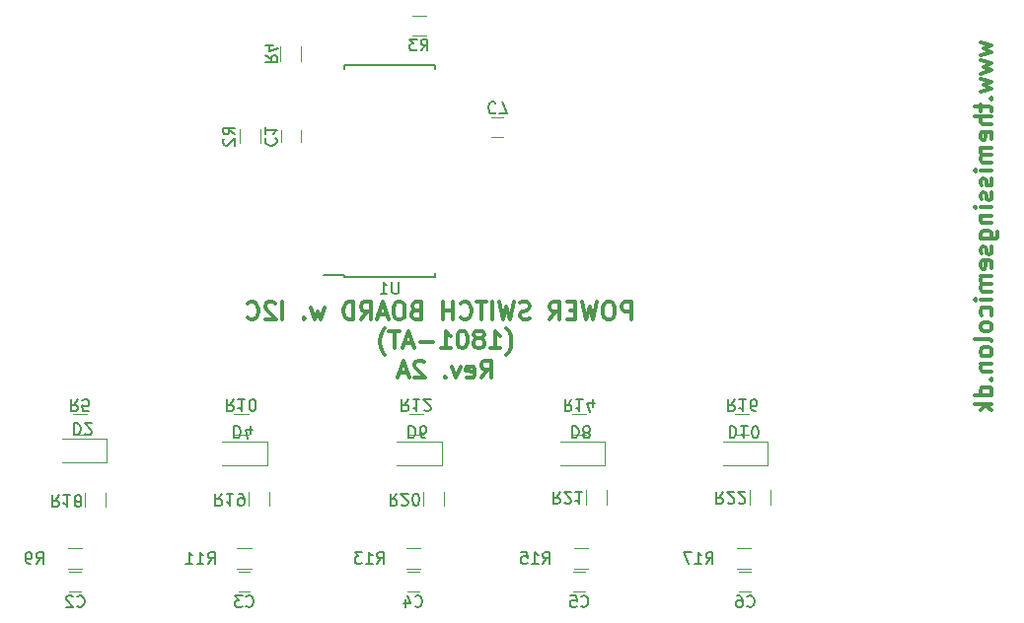
<source format=gbo>
G04 #@! TF.GenerationSoftware,KiCad,Pcbnew,(2017-11-24 revision a01d81e)-master*
G04 #@! TF.CreationDate,2018-01-08T17:27:27+01:00*
G04 #@! TF.ProjectId,PWRCTRLBRD,5057524354524C4252442E6B69636164,rev?*
G04 #@! TF.SameCoordinates,Original*
G04 #@! TF.FileFunction,Legend,Bot*
G04 #@! TF.FilePolarity,Positive*
%FSLAX46Y46*%
G04 Gerber Fmt 4.6, Leading zero omitted, Abs format (unit mm)*
G04 Created by KiCad (PCBNEW (2017-11-24 revision a01d81e)-master) date Monday '08en' 08. January 2018 'kl'. 17.27.27*
%MOMM*%
%LPD*%
G01*
G04 APERTURE LIST*
%ADD10C,0.300000*%
%ADD11C,0.120000*%
%ADD12C,0.150000*%
G04 APERTURE END LIST*
D10*
X212252571Y-95584857D02*
X213252571Y-95870571D01*
X212538285Y-96156285D01*
X213252571Y-96442000D01*
X212252571Y-96727714D01*
X212252571Y-97156285D02*
X213252571Y-97442000D01*
X212538285Y-97727714D01*
X213252571Y-98013428D01*
X212252571Y-98299142D01*
X212252571Y-98727714D02*
X213252571Y-99013428D01*
X212538285Y-99299142D01*
X213252571Y-99584857D01*
X212252571Y-99870571D01*
X213109714Y-100442000D02*
X213181142Y-100513428D01*
X213252571Y-100442000D01*
X213181142Y-100370571D01*
X213109714Y-100442000D01*
X213252571Y-100442000D01*
X212252571Y-100942000D02*
X212252571Y-101513428D01*
X211752571Y-101156285D02*
X213038285Y-101156285D01*
X213181142Y-101227714D01*
X213252571Y-101370571D01*
X213252571Y-101513428D01*
X213252571Y-102013428D02*
X211752571Y-102013428D01*
X213252571Y-102656285D02*
X212466857Y-102656285D01*
X212324000Y-102584857D01*
X212252571Y-102442000D01*
X212252571Y-102227714D01*
X212324000Y-102084857D01*
X212395428Y-102013428D01*
X213181142Y-103942000D02*
X213252571Y-103799142D01*
X213252571Y-103513428D01*
X213181142Y-103370571D01*
X213038285Y-103299142D01*
X212466857Y-103299142D01*
X212324000Y-103370571D01*
X212252571Y-103513428D01*
X212252571Y-103799142D01*
X212324000Y-103942000D01*
X212466857Y-104013428D01*
X212609714Y-104013428D01*
X212752571Y-103299142D01*
X213252571Y-104656285D02*
X212252571Y-104656285D01*
X212395428Y-104656285D02*
X212324000Y-104727714D01*
X212252571Y-104870571D01*
X212252571Y-105084857D01*
X212324000Y-105227714D01*
X212466857Y-105299142D01*
X213252571Y-105299142D01*
X212466857Y-105299142D02*
X212324000Y-105370571D01*
X212252571Y-105513428D01*
X212252571Y-105727714D01*
X212324000Y-105870571D01*
X212466857Y-105942000D01*
X213252571Y-105942000D01*
X213252571Y-106656285D02*
X212252571Y-106656285D01*
X211752571Y-106656285D02*
X211824000Y-106584857D01*
X211895428Y-106656285D01*
X211824000Y-106727714D01*
X211752571Y-106656285D01*
X211895428Y-106656285D01*
X213181142Y-107299142D02*
X213252571Y-107442000D01*
X213252571Y-107727714D01*
X213181142Y-107870571D01*
X213038285Y-107942000D01*
X212966857Y-107942000D01*
X212824000Y-107870571D01*
X212752571Y-107727714D01*
X212752571Y-107513428D01*
X212681142Y-107370571D01*
X212538285Y-107299142D01*
X212466857Y-107299142D01*
X212324000Y-107370571D01*
X212252571Y-107513428D01*
X212252571Y-107727714D01*
X212324000Y-107870571D01*
X213181142Y-108513428D02*
X213252571Y-108656285D01*
X213252571Y-108942000D01*
X213181142Y-109084857D01*
X213038285Y-109156285D01*
X212966857Y-109156285D01*
X212824000Y-109084857D01*
X212752571Y-108942000D01*
X212752571Y-108727714D01*
X212681142Y-108584857D01*
X212538285Y-108513428D01*
X212466857Y-108513428D01*
X212324000Y-108584857D01*
X212252571Y-108727714D01*
X212252571Y-108942000D01*
X212324000Y-109084857D01*
X213252571Y-109799142D02*
X212252571Y-109799142D01*
X211752571Y-109799142D02*
X211824000Y-109727714D01*
X211895428Y-109799142D01*
X211824000Y-109870571D01*
X211752571Y-109799142D01*
X211895428Y-109799142D01*
X212252571Y-110513428D02*
X213252571Y-110513428D01*
X212395428Y-110513428D02*
X212324000Y-110584857D01*
X212252571Y-110727714D01*
X212252571Y-110942000D01*
X212324000Y-111084857D01*
X212466857Y-111156285D01*
X213252571Y-111156285D01*
X212252571Y-112513428D02*
X213466857Y-112513428D01*
X213609714Y-112442000D01*
X213681142Y-112370571D01*
X213752571Y-112227714D01*
X213752571Y-112013428D01*
X213681142Y-111870571D01*
X213181142Y-112513428D02*
X213252571Y-112370571D01*
X213252571Y-112084857D01*
X213181142Y-111942000D01*
X213109714Y-111870571D01*
X212966857Y-111799142D01*
X212538285Y-111799142D01*
X212395428Y-111870571D01*
X212324000Y-111942000D01*
X212252571Y-112084857D01*
X212252571Y-112370571D01*
X212324000Y-112513428D01*
X213181142Y-113156285D02*
X213252571Y-113299142D01*
X213252571Y-113584857D01*
X213181142Y-113727714D01*
X213038285Y-113799142D01*
X212966857Y-113799142D01*
X212824000Y-113727714D01*
X212752571Y-113584857D01*
X212752571Y-113370571D01*
X212681142Y-113227714D01*
X212538285Y-113156285D01*
X212466857Y-113156285D01*
X212324000Y-113227714D01*
X212252571Y-113370571D01*
X212252571Y-113584857D01*
X212324000Y-113727714D01*
X213181142Y-115013428D02*
X213252571Y-114870571D01*
X213252571Y-114584857D01*
X213181142Y-114442000D01*
X213038285Y-114370571D01*
X212466857Y-114370571D01*
X212324000Y-114442000D01*
X212252571Y-114584857D01*
X212252571Y-114870571D01*
X212324000Y-115013428D01*
X212466857Y-115084857D01*
X212609714Y-115084857D01*
X212752571Y-114370571D01*
X213252571Y-115727714D02*
X212252571Y-115727714D01*
X212395428Y-115727714D02*
X212324000Y-115799142D01*
X212252571Y-115942000D01*
X212252571Y-116156285D01*
X212324000Y-116299142D01*
X212466857Y-116370571D01*
X213252571Y-116370571D01*
X212466857Y-116370571D02*
X212324000Y-116442000D01*
X212252571Y-116584857D01*
X212252571Y-116799142D01*
X212324000Y-116942000D01*
X212466857Y-117013428D01*
X213252571Y-117013428D01*
X213252571Y-117727714D02*
X212252571Y-117727714D01*
X211752571Y-117727714D02*
X211824000Y-117656285D01*
X211895428Y-117727714D01*
X211824000Y-117799142D01*
X211752571Y-117727714D01*
X211895428Y-117727714D01*
X213181142Y-119084857D02*
X213252571Y-118942000D01*
X213252571Y-118656285D01*
X213181142Y-118513428D01*
X213109714Y-118442000D01*
X212966857Y-118370571D01*
X212538285Y-118370571D01*
X212395428Y-118442000D01*
X212324000Y-118513428D01*
X212252571Y-118656285D01*
X212252571Y-118942000D01*
X212324000Y-119084857D01*
X213252571Y-119942000D02*
X213181142Y-119799142D01*
X213109714Y-119727714D01*
X212966857Y-119656285D01*
X212538285Y-119656285D01*
X212395428Y-119727714D01*
X212324000Y-119799142D01*
X212252571Y-119942000D01*
X212252571Y-120156285D01*
X212324000Y-120299142D01*
X212395428Y-120370571D01*
X212538285Y-120442000D01*
X212966857Y-120442000D01*
X213109714Y-120370571D01*
X213181142Y-120299142D01*
X213252571Y-120156285D01*
X213252571Y-119942000D01*
X213252571Y-121299142D02*
X213181142Y-121156285D01*
X213038285Y-121084857D01*
X211752571Y-121084857D01*
X213252571Y-122084857D02*
X213181142Y-121942000D01*
X213109714Y-121870571D01*
X212966857Y-121799142D01*
X212538285Y-121799142D01*
X212395428Y-121870571D01*
X212324000Y-121942000D01*
X212252571Y-122084857D01*
X212252571Y-122299142D01*
X212324000Y-122442000D01*
X212395428Y-122513428D01*
X212538285Y-122584857D01*
X212966857Y-122584857D01*
X213109714Y-122513428D01*
X213181142Y-122442000D01*
X213252571Y-122299142D01*
X213252571Y-122084857D01*
X212252571Y-123227714D02*
X213252571Y-123227714D01*
X212395428Y-123227714D02*
X212324000Y-123299142D01*
X212252571Y-123442000D01*
X212252571Y-123656285D01*
X212324000Y-123799142D01*
X212466857Y-123870571D01*
X213252571Y-123870571D01*
X213109714Y-124584857D02*
X213181142Y-124656285D01*
X213252571Y-124584857D01*
X213181142Y-124513428D01*
X213109714Y-124584857D01*
X213252571Y-124584857D01*
X213252571Y-125942000D02*
X211752571Y-125942000D01*
X213181142Y-125942000D02*
X213252571Y-125799142D01*
X213252571Y-125513428D01*
X213181142Y-125370571D01*
X213109714Y-125299142D01*
X212966857Y-125227714D01*
X212538285Y-125227714D01*
X212395428Y-125299142D01*
X212324000Y-125370571D01*
X212252571Y-125513428D01*
X212252571Y-125799142D01*
X212324000Y-125942000D01*
X213252571Y-126656285D02*
X211752571Y-126656285D01*
X212681142Y-126799142D02*
X213252571Y-127227714D01*
X212252571Y-127227714D02*
X212824000Y-126656285D01*
X171588285Y-122467000D02*
X171659714Y-122395571D01*
X171802571Y-122181285D01*
X171874000Y-122038428D01*
X171945428Y-121824142D01*
X172016857Y-121467000D01*
X172016857Y-121181285D01*
X171945428Y-120824142D01*
X171874000Y-120609857D01*
X171802571Y-120467000D01*
X171659714Y-120252714D01*
X171588285Y-120181285D01*
X170231142Y-121895571D02*
X171088285Y-121895571D01*
X170659714Y-121895571D02*
X170659714Y-120395571D01*
X170802571Y-120609857D01*
X170945428Y-120752714D01*
X171088285Y-120824142D01*
X169374000Y-121038428D02*
X169516857Y-120967000D01*
X169588285Y-120895571D01*
X169659714Y-120752714D01*
X169659714Y-120681285D01*
X169588285Y-120538428D01*
X169516857Y-120467000D01*
X169374000Y-120395571D01*
X169088285Y-120395571D01*
X168945428Y-120467000D01*
X168874000Y-120538428D01*
X168802571Y-120681285D01*
X168802571Y-120752714D01*
X168874000Y-120895571D01*
X168945428Y-120967000D01*
X169088285Y-121038428D01*
X169374000Y-121038428D01*
X169516857Y-121109857D01*
X169588285Y-121181285D01*
X169659714Y-121324142D01*
X169659714Y-121609857D01*
X169588285Y-121752714D01*
X169516857Y-121824142D01*
X169374000Y-121895571D01*
X169088285Y-121895571D01*
X168945428Y-121824142D01*
X168874000Y-121752714D01*
X168802571Y-121609857D01*
X168802571Y-121324142D01*
X168874000Y-121181285D01*
X168945428Y-121109857D01*
X169088285Y-121038428D01*
X167874000Y-120395571D02*
X167731142Y-120395571D01*
X167588285Y-120467000D01*
X167516857Y-120538428D01*
X167445428Y-120681285D01*
X167374000Y-120967000D01*
X167374000Y-121324142D01*
X167445428Y-121609857D01*
X167516857Y-121752714D01*
X167588285Y-121824142D01*
X167731142Y-121895571D01*
X167874000Y-121895571D01*
X168016857Y-121824142D01*
X168088285Y-121752714D01*
X168159714Y-121609857D01*
X168231142Y-121324142D01*
X168231142Y-120967000D01*
X168159714Y-120681285D01*
X168088285Y-120538428D01*
X168016857Y-120467000D01*
X167874000Y-120395571D01*
X165945428Y-121895571D02*
X166802571Y-121895571D01*
X166374000Y-121895571D02*
X166374000Y-120395571D01*
X166516857Y-120609857D01*
X166659714Y-120752714D01*
X166802571Y-120824142D01*
X165302571Y-121324142D02*
X164159714Y-121324142D01*
X163516857Y-121467000D02*
X162802571Y-121467000D01*
X163659714Y-121895571D02*
X163159714Y-120395571D01*
X162659714Y-121895571D01*
X162374000Y-120395571D02*
X161516857Y-120395571D01*
X161945428Y-121895571D02*
X161945428Y-120395571D01*
X161159714Y-122467000D02*
X161088285Y-122395571D01*
X160945428Y-122181285D01*
X160874000Y-122038428D01*
X160802571Y-121824142D01*
X160731142Y-121467000D01*
X160731142Y-121181285D01*
X160802571Y-120824142D01*
X160874000Y-120609857D01*
X160945428Y-120467000D01*
X161088285Y-120252714D01*
X161159714Y-120181285D01*
X169409714Y-124445571D02*
X169909714Y-123731285D01*
X170266857Y-124445571D02*
X170266857Y-122945571D01*
X169695428Y-122945571D01*
X169552571Y-123017000D01*
X169481142Y-123088428D01*
X169409714Y-123231285D01*
X169409714Y-123445571D01*
X169481142Y-123588428D01*
X169552571Y-123659857D01*
X169695428Y-123731285D01*
X170266857Y-123731285D01*
X168195428Y-124374142D02*
X168338285Y-124445571D01*
X168624000Y-124445571D01*
X168766857Y-124374142D01*
X168838285Y-124231285D01*
X168838285Y-123659857D01*
X168766857Y-123517000D01*
X168624000Y-123445571D01*
X168338285Y-123445571D01*
X168195428Y-123517000D01*
X168124000Y-123659857D01*
X168124000Y-123802714D01*
X168838285Y-123945571D01*
X167624000Y-123445571D02*
X167266857Y-124445571D01*
X166909714Y-123445571D01*
X166338285Y-124302714D02*
X166266857Y-124374142D01*
X166338285Y-124445571D01*
X166409714Y-124374142D01*
X166338285Y-124302714D01*
X166338285Y-124445571D01*
X164552571Y-123088428D02*
X164481142Y-123017000D01*
X164338285Y-122945571D01*
X163981142Y-122945571D01*
X163838285Y-123017000D01*
X163766857Y-123088428D01*
X163695428Y-123231285D01*
X163695428Y-123374142D01*
X163766857Y-123588428D01*
X164624000Y-124445571D01*
X163695428Y-124445571D01*
X163124000Y-124017000D02*
X162409714Y-124017000D01*
X163266857Y-124445571D02*
X162766857Y-122945571D01*
X162266857Y-124445571D01*
X182302571Y-119420571D02*
X182302571Y-117920571D01*
X181731142Y-117920571D01*
X181588285Y-117992000D01*
X181516857Y-118063428D01*
X181445428Y-118206285D01*
X181445428Y-118420571D01*
X181516857Y-118563428D01*
X181588285Y-118634857D01*
X181731142Y-118706285D01*
X182302571Y-118706285D01*
X180516857Y-117920571D02*
X180231142Y-117920571D01*
X180088285Y-117992000D01*
X179945428Y-118134857D01*
X179874000Y-118420571D01*
X179874000Y-118920571D01*
X179945428Y-119206285D01*
X180088285Y-119349142D01*
X180231142Y-119420571D01*
X180516857Y-119420571D01*
X180659714Y-119349142D01*
X180802571Y-119206285D01*
X180874000Y-118920571D01*
X180874000Y-118420571D01*
X180802571Y-118134857D01*
X180659714Y-117992000D01*
X180516857Y-117920571D01*
X179374000Y-117920571D02*
X179016857Y-119420571D01*
X178731142Y-118349142D01*
X178445428Y-119420571D01*
X178088285Y-117920571D01*
X177516857Y-118634857D02*
X177016857Y-118634857D01*
X176802571Y-119420571D02*
X177516857Y-119420571D01*
X177516857Y-117920571D01*
X176802571Y-117920571D01*
X175302571Y-119420571D02*
X175802571Y-118706285D01*
X176159714Y-119420571D02*
X176159714Y-117920571D01*
X175588285Y-117920571D01*
X175445428Y-117992000D01*
X175374000Y-118063428D01*
X175302571Y-118206285D01*
X175302571Y-118420571D01*
X175374000Y-118563428D01*
X175445428Y-118634857D01*
X175588285Y-118706285D01*
X176159714Y-118706285D01*
X173588285Y-119349142D02*
X173374000Y-119420571D01*
X173016857Y-119420571D01*
X172874000Y-119349142D01*
X172802571Y-119277714D01*
X172731142Y-119134857D01*
X172731142Y-118992000D01*
X172802571Y-118849142D01*
X172874000Y-118777714D01*
X173016857Y-118706285D01*
X173302571Y-118634857D01*
X173445428Y-118563428D01*
X173516857Y-118492000D01*
X173588285Y-118349142D01*
X173588285Y-118206285D01*
X173516857Y-118063428D01*
X173445428Y-117992000D01*
X173302571Y-117920571D01*
X172945428Y-117920571D01*
X172731142Y-117992000D01*
X172231142Y-117920571D02*
X171874000Y-119420571D01*
X171588285Y-118349142D01*
X171302571Y-119420571D01*
X170945428Y-117920571D01*
X170374000Y-119420571D02*
X170374000Y-117920571D01*
X169874000Y-117920571D02*
X169016857Y-117920571D01*
X169445428Y-119420571D02*
X169445428Y-117920571D01*
X167659714Y-119277714D02*
X167731142Y-119349142D01*
X167945428Y-119420571D01*
X168088285Y-119420571D01*
X168302571Y-119349142D01*
X168445428Y-119206285D01*
X168516857Y-119063428D01*
X168588285Y-118777714D01*
X168588285Y-118563428D01*
X168516857Y-118277714D01*
X168445428Y-118134857D01*
X168302571Y-117992000D01*
X168088285Y-117920571D01*
X167945428Y-117920571D01*
X167731142Y-117992000D01*
X167659714Y-118063428D01*
X167016857Y-119420571D02*
X167016857Y-117920571D01*
X167016857Y-118634857D02*
X166159714Y-118634857D01*
X166159714Y-119420571D02*
X166159714Y-117920571D01*
X163802571Y-118634857D02*
X163588285Y-118706285D01*
X163516857Y-118777714D01*
X163445428Y-118920571D01*
X163445428Y-119134857D01*
X163516857Y-119277714D01*
X163588285Y-119349142D01*
X163731142Y-119420571D01*
X164302571Y-119420571D01*
X164302571Y-117920571D01*
X163802571Y-117920571D01*
X163659714Y-117992000D01*
X163588285Y-118063428D01*
X163516857Y-118206285D01*
X163516857Y-118349142D01*
X163588285Y-118492000D01*
X163659714Y-118563428D01*
X163802571Y-118634857D01*
X164302571Y-118634857D01*
X162516857Y-117920571D02*
X162231142Y-117920571D01*
X162088285Y-117992000D01*
X161945428Y-118134857D01*
X161874000Y-118420571D01*
X161874000Y-118920571D01*
X161945428Y-119206285D01*
X162088285Y-119349142D01*
X162231142Y-119420571D01*
X162516857Y-119420571D01*
X162659714Y-119349142D01*
X162802571Y-119206285D01*
X162874000Y-118920571D01*
X162874000Y-118420571D01*
X162802571Y-118134857D01*
X162659714Y-117992000D01*
X162516857Y-117920571D01*
X161302571Y-118992000D02*
X160588285Y-118992000D01*
X161445428Y-119420571D02*
X160945428Y-117920571D01*
X160445428Y-119420571D01*
X159088285Y-119420571D02*
X159588285Y-118706285D01*
X159945428Y-119420571D02*
X159945428Y-117920571D01*
X159374000Y-117920571D01*
X159231142Y-117992000D01*
X159159714Y-118063428D01*
X159088285Y-118206285D01*
X159088285Y-118420571D01*
X159159714Y-118563428D01*
X159231142Y-118634857D01*
X159374000Y-118706285D01*
X159945428Y-118706285D01*
X158445428Y-119420571D02*
X158445428Y-117920571D01*
X158088285Y-117920571D01*
X157874000Y-117992000D01*
X157731142Y-118134857D01*
X157659714Y-118277714D01*
X157588285Y-118563428D01*
X157588285Y-118777714D01*
X157659714Y-119063428D01*
X157731142Y-119206285D01*
X157874000Y-119349142D01*
X158088285Y-119420571D01*
X158445428Y-119420571D01*
X155945428Y-118420571D02*
X155659714Y-119420571D01*
X155374000Y-118706285D01*
X155088285Y-119420571D01*
X154802571Y-118420571D01*
X154231142Y-119277714D02*
X154159714Y-119349142D01*
X154231142Y-119420571D01*
X154302571Y-119349142D01*
X154231142Y-119277714D01*
X154231142Y-119420571D01*
X152374000Y-119420571D02*
X152374000Y-117920571D01*
X151731142Y-118063428D02*
X151659714Y-117992000D01*
X151516857Y-117920571D01*
X151159714Y-117920571D01*
X151016857Y-117992000D01*
X150945428Y-118063428D01*
X150874000Y-118206285D01*
X150874000Y-118349142D01*
X150945428Y-118563428D01*
X151802571Y-119420571D01*
X150874000Y-119420571D01*
X149374000Y-119277714D02*
X149445428Y-119349142D01*
X149659714Y-119420571D01*
X149802571Y-119420571D01*
X150016857Y-119349142D01*
X150159714Y-119206285D01*
X150231142Y-119063428D01*
X150302571Y-118777714D01*
X150302571Y-118563428D01*
X150231142Y-118277714D01*
X150159714Y-118134857D01*
X150016857Y-117992000D01*
X149802571Y-117920571D01*
X149659714Y-117920571D01*
X149445428Y-117992000D01*
X149374000Y-118063428D01*
D11*
X152224000Y-104192000D02*
X152224000Y-103192000D01*
X153924000Y-103192000D02*
X153924000Y-104192000D01*
X135074000Y-142792000D02*
X134074000Y-142792000D01*
X134074000Y-141092000D02*
X135074000Y-141092000D01*
X149574000Y-142792000D02*
X148574000Y-142792000D01*
X148574000Y-141092000D02*
X149574000Y-141092000D01*
X164074000Y-142792000D02*
X163074000Y-142792000D01*
X163074000Y-141092000D02*
X164074000Y-141092000D01*
X178324000Y-142792000D02*
X177324000Y-142792000D01*
X177324000Y-141092000D02*
X178324000Y-141092000D01*
X192574000Y-142792000D02*
X191574000Y-142792000D01*
X191574000Y-141092000D02*
X192574000Y-141092000D01*
X148694000Y-103092000D02*
X148694000Y-104292000D01*
X150454000Y-104292000D02*
X150454000Y-103092000D01*
X164674000Y-93312000D02*
X163474000Y-93312000D01*
X163474000Y-95072000D02*
X164674000Y-95072000D01*
X153954000Y-97192000D02*
X153954000Y-95992000D01*
X152194000Y-95992000D02*
X152194000Y-97192000D01*
X134374000Y-129322000D02*
X135574000Y-129322000D01*
X135574000Y-127562000D02*
X134374000Y-127562000D01*
X135174000Y-139062000D02*
X133974000Y-139062000D01*
X133974000Y-140822000D02*
X135174000Y-140822000D01*
X148224000Y-129322000D02*
X149424000Y-129322000D01*
X149424000Y-127562000D02*
X148224000Y-127562000D01*
X149674000Y-139062000D02*
X148474000Y-139062000D01*
X148474000Y-140822000D02*
X149674000Y-140822000D01*
X163224000Y-129322000D02*
X164424000Y-129322000D01*
X164424000Y-127562000D02*
X163224000Y-127562000D01*
X164174000Y-139062000D02*
X162974000Y-139062000D01*
X162974000Y-140822000D02*
X164174000Y-140822000D01*
X177224000Y-129322000D02*
X178424000Y-129322000D01*
X178424000Y-127562000D02*
X177224000Y-127562000D01*
X178574000Y-139062000D02*
X177374000Y-139062000D01*
X177374000Y-140822000D02*
X178574000Y-140822000D01*
X191224000Y-129322000D02*
X192424000Y-129322000D01*
X192424000Y-127562000D02*
X191224000Y-127562000D01*
X192574000Y-139062000D02*
X191374000Y-139062000D01*
X191374000Y-140822000D02*
X192574000Y-140822000D01*
D12*
X157699000Y-115817000D02*
X157699000Y-115567000D01*
X165449000Y-115817000D02*
X165449000Y-115472000D01*
X165449000Y-97567000D02*
X165449000Y-97912000D01*
X157699000Y-97567000D02*
X157699000Y-97912000D01*
X157699000Y-115817000D02*
X165449000Y-115817000D01*
X157699000Y-97567000D02*
X165449000Y-97567000D01*
X157699000Y-115567000D02*
X155874000Y-115567000D01*
D11*
X137204000Y-135542000D02*
X137204000Y-134342000D01*
X135444000Y-134342000D02*
X135444000Y-135542000D01*
X151204000Y-135442000D02*
X151204000Y-134242000D01*
X149444000Y-134242000D02*
X149444000Y-135442000D01*
X166204000Y-135442000D02*
X166204000Y-134242000D01*
X164444000Y-134242000D02*
X164444000Y-135442000D01*
X180204000Y-135292000D02*
X180204000Y-134092000D01*
X178444000Y-134092000D02*
X178444000Y-135292000D01*
X194204000Y-135292000D02*
X194204000Y-134092000D01*
X192444000Y-134092000D02*
X192444000Y-135292000D01*
X170324000Y-102092000D02*
X171324000Y-102092000D01*
X171324000Y-103792000D02*
X170324000Y-103792000D01*
X137274000Y-129692000D02*
X133424000Y-129692000D01*
X137274000Y-131692000D02*
X133424000Y-131692000D01*
X137274000Y-129692000D02*
X137274000Y-131692000D01*
X151024000Y-129942000D02*
X151024000Y-131942000D01*
X151024000Y-131942000D02*
X147174000Y-131942000D01*
X151024000Y-129942000D02*
X147174000Y-129942000D01*
X166024000Y-129942000D02*
X166024000Y-131942000D01*
X166024000Y-131942000D02*
X162174000Y-131942000D01*
X166024000Y-129942000D02*
X162174000Y-129942000D01*
X180024000Y-129942000D02*
X180024000Y-131942000D01*
X180024000Y-131942000D02*
X176174000Y-131942000D01*
X180024000Y-129942000D02*
X176174000Y-129942000D01*
X194024000Y-129942000D02*
X194024000Y-131942000D01*
X194024000Y-131942000D02*
X190174000Y-131942000D01*
X194024000Y-129942000D02*
X190174000Y-129942000D01*
D12*
X150966857Y-103858666D02*
X150919238Y-103906285D01*
X150871619Y-104049142D01*
X150871619Y-104144380D01*
X150919238Y-104287238D01*
X151014476Y-104382476D01*
X151109714Y-104430095D01*
X151300190Y-104477714D01*
X151443047Y-104477714D01*
X151633523Y-104430095D01*
X151728761Y-104382476D01*
X151824000Y-104287238D01*
X151871619Y-104144380D01*
X151871619Y-104049142D01*
X151824000Y-103906285D01*
X151776380Y-103858666D01*
X150871619Y-102906285D02*
X150871619Y-103477714D01*
X150871619Y-103192000D02*
X151871619Y-103192000D01*
X151728761Y-103287238D01*
X151633523Y-103382476D01*
X151585904Y-103477714D01*
X134740666Y-144049142D02*
X134788285Y-144096761D01*
X134931142Y-144144380D01*
X135026380Y-144144380D01*
X135169238Y-144096761D01*
X135264476Y-144001523D01*
X135312095Y-143906285D01*
X135359714Y-143715809D01*
X135359714Y-143572952D01*
X135312095Y-143382476D01*
X135264476Y-143287238D01*
X135169238Y-143192000D01*
X135026380Y-143144380D01*
X134931142Y-143144380D01*
X134788285Y-143192000D01*
X134740666Y-143239619D01*
X134359714Y-143239619D02*
X134312095Y-143192000D01*
X134216857Y-143144380D01*
X133978761Y-143144380D01*
X133883523Y-143192000D01*
X133835904Y-143239619D01*
X133788285Y-143334857D01*
X133788285Y-143430095D01*
X133835904Y-143572952D01*
X134407333Y-144144380D01*
X133788285Y-144144380D01*
X149240666Y-144049142D02*
X149288285Y-144096761D01*
X149431142Y-144144380D01*
X149526380Y-144144380D01*
X149669238Y-144096761D01*
X149764476Y-144001523D01*
X149812095Y-143906285D01*
X149859714Y-143715809D01*
X149859714Y-143572952D01*
X149812095Y-143382476D01*
X149764476Y-143287238D01*
X149669238Y-143192000D01*
X149526380Y-143144380D01*
X149431142Y-143144380D01*
X149288285Y-143192000D01*
X149240666Y-143239619D01*
X148907333Y-143144380D02*
X148288285Y-143144380D01*
X148621619Y-143525333D01*
X148478761Y-143525333D01*
X148383523Y-143572952D01*
X148335904Y-143620571D01*
X148288285Y-143715809D01*
X148288285Y-143953904D01*
X148335904Y-144049142D01*
X148383523Y-144096761D01*
X148478761Y-144144380D01*
X148764476Y-144144380D01*
X148859714Y-144096761D01*
X148907333Y-144049142D01*
X163740666Y-144049142D02*
X163788285Y-144096761D01*
X163931142Y-144144380D01*
X164026380Y-144144380D01*
X164169238Y-144096761D01*
X164264476Y-144001523D01*
X164312095Y-143906285D01*
X164359714Y-143715809D01*
X164359714Y-143572952D01*
X164312095Y-143382476D01*
X164264476Y-143287238D01*
X164169238Y-143192000D01*
X164026380Y-143144380D01*
X163931142Y-143144380D01*
X163788285Y-143192000D01*
X163740666Y-143239619D01*
X162883523Y-143477714D02*
X162883523Y-144144380D01*
X163121619Y-143096761D02*
X163359714Y-143811047D01*
X162740666Y-143811047D01*
X177990666Y-144049142D02*
X178038285Y-144096761D01*
X178181142Y-144144380D01*
X178276380Y-144144380D01*
X178419238Y-144096761D01*
X178514476Y-144001523D01*
X178562095Y-143906285D01*
X178609714Y-143715809D01*
X178609714Y-143572952D01*
X178562095Y-143382476D01*
X178514476Y-143287238D01*
X178419238Y-143192000D01*
X178276380Y-143144380D01*
X178181142Y-143144380D01*
X178038285Y-143192000D01*
X177990666Y-143239619D01*
X177085904Y-143144380D02*
X177562095Y-143144380D01*
X177609714Y-143620571D01*
X177562095Y-143572952D01*
X177466857Y-143525333D01*
X177228761Y-143525333D01*
X177133523Y-143572952D01*
X177085904Y-143620571D01*
X177038285Y-143715809D01*
X177038285Y-143953904D01*
X177085904Y-144049142D01*
X177133523Y-144096761D01*
X177228761Y-144144380D01*
X177466857Y-144144380D01*
X177562095Y-144096761D01*
X177609714Y-144049142D01*
X192240666Y-144049142D02*
X192288285Y-144096761D01*
X192431142Y-144144380D01*
X192526380Y-144144380D01*
X192669238Y-144096761D01*
X192764476Y-144001523D01*
X192812095Y-143906285D01*
X192859714Y-143715809D01*
X192859714Y-143572952D01*
X192812095Y-143382476D01*
X192764476Y-143287238D01*
X192669238Y-143192000D01*
X192526380Y-143144380D01*
X192431142Y-143144380D01*
X192288285Y-143192000D01*
X192240666Y-143239619D01*
X191383523Y-143144380D02*
X191574000Y-143144380D01*
X191669238Y-143192000D01*
X191716857Y-143239619D01*
X191812095Y-143382476D01*
X191859714Y-143572952D01*
X191859714Y-143953904D01*
X191812095Y-144049142D01*
X191764476Y-144096761D01*
X191669238Y-144144380D01*
X191478761Y-144144380D01*
X191383523Y-144096761D01*
X191335904Y-144049142D01*
X191288285Y-143953904D01*
X191288285Y-143715809D01*
X191335904Y-143620571D01*
X191383523Y-143572952D01*
X191478761Y-143525333D01*
X191669238Y-143525333D01*
X191764476Y-143572952D01*
X191812095Y-143620571D01*
X191859714Y-143715809D01*
X148276380Y-103525333D02*
X147800190Y-103192000D01*
X148276380Y-102953904D02*
X147276380Y-102953904D01*
X147276380Y-103334857D01*
X147324000Y-103430095D01*
X147371619Y-103477714D01*
X147466857Y-103525333D01*
X147609714Y-103525333D01*
X147704952Y-103477714D01*
X147752571Y-103430095D01*
X147800190Y-103334857D01*
X147800190Y-102953904D01*
X147371619Y-103906285D02*
X147324000Y-103953904D01*
X147276380Y-104049142D01*
X147276380Y-104287238D01*
X147324000Y-104382476D01*
X147371619Y-104430095D01*
X147466857Y-104477714D01*
X147562095Y-104477714D01*
X147704952Y-104430095D01*
X148276380Y-103858666D01*
X148276380Y-104477714D01*
X164240666Y-96344380D02*
X164574000Y-95868190D01*
X164812095Y-96344380D02*
X164812095Y-95344380D01*
X164431142Y-95344380D01*
X164335904Y-95392000D01*
X164288285Y-95439619D01*
X164240666Y-95534857D01*
X164240666Y-95677714D01*
X164288285Y-95772952D01*
X164335904Y-95820571D01*
X164431142Y-95868190D01*
X164812095Y-95868190D01*
X163907333Y-95344380D02*
X163288285Y-95344380D01*
X163621619Y-95725333D01*
X163478761Y-95725333D01*
X163383523Y-95772952D01*
X163335904Y-95820571D01*
X163288285Y-95915809D01*
X163288285Y-96153904D01*
X163335904Y-96249142D01*
X163383523Y-96296761D01*
X163478761Y-96344380D01*
X163764476Y-96344380D01*
X163859714Y-96296761D01*
X163907333Y-96249142D01*
X150921619Y-96758666D02*
X151397809Y-97092000D01*
X150921619Y-97330095D02*
X151921619Y-97330095D01*
X151921619Y-96949142D01*
X151874000Y-96853904D01*
X151826380Y-96806285D01*
X151731142Y-96758666D01*
X151588285Y-96758666D01*
X151493047Y-96806285D01*
X151445428Y-96853904D01*
X151397809Y-96949142D01*
X151397809Y-97330095D01*
X151588285Y-95901523D02*
X150921619Y-95901523D01*
X151969238Y-96139619D02*
X151254952Y-96377714D01*
X151254952Y-95758666D01*
X134807333Y-126289619D02*
X134474000Y-126765809D01*
X134235904Y-126289619D02*
X134235904Y-127289619D01*
X134616857Y-127289619D01*
X134712095Y-127242000D01*
X134759714Y-127194380D01*
X134807333Y-127099142D01*
X134807333Y-126956285D01*
X134759714Y-126861047D01*
X134712095Y-126813428D01*
X134616857Y-126765809D01*
X134235904Y-126765809D01*
X135712095Y-127289619D02*
X135235904Y-127289619D01*
X135188285Y-126813428D01*
X135235904Y-126861047D01*
X135331142Y-126908666D01*
X135569238Y-126908666D01*
X135664476Y-126861047D01*
X135712095Y-126813428D01*
X135759714Y-126718190D01*
X135759714Y-126480095D01*
X135712095Y-126384857D01*
X135664476Y-126337238D01*
X135569238Y-126289619D01*
X135331142Y-126289619D01*
X135235904Y-126337238D01*
X135188285Y-126384857D01*
X131240666Y-140394380D02*
X131574000Y-139918190D01*
X131812095Y-140394380D02*
X131812095Y-139394380D01*
X131431142Y-139394380D01*
X131335904Y-139442000D01*
X131288285Y-139489619D01*
X131240666Y-139584857D01*
X131240666Y-139727714D01*
X131288285Y-139822952D01*
X131335904Y-139870571D01*
X131431142Y-139918190D01*
X131812095Y-139918190D01*
X130764476Y-140394380D02*
X130574000Y-140394380D01*
X130478761Y-140346761D01*
X130431142Y-140299142D01*
X130335904Y-140156285D01*
X130288285Y-139965809D01*
X130288285Y-139584857D01*
X130335904Y-139489619D01*
X130383523Y-139442000D01*
X130478761Y-139394380D01*
X130669238Y-139394380D01*
X130764476Y-139442000D01*
X130812095Y-139489619D01*
X130859714Y-139584857D01*
X130859714Y-139822952D01*
X130812095Y-139918190D01*
X130764476Y-139965809D01*
X130669238Y-140013428D01*
X130478761Y-140013428D01*
X130383523Y-139965809D01*
X130335904Y-139918190D01*
X130288285Y-139822952D01*
X148181142Y-126289619D02*
X147847809Y-126765809D01*
X147609714Y-126289619D02*
X147609714Y-127289619D01*
X147990666Y-127289619D01*
X148085904Y-127242000D01*
X148133523Y-127194380D01*
X148181142Y-127099142D01*
X148181142Y-126956285D01*
X148133523Y-126861047D01*
X148085904Y-126813428D01*
X147990666Y-126765809D01*
X147609714Y-126765809D01*
X149133523Y-126289619D02*
X148562095Y-126289619D01*
X148847809Y-126289619D02*
X148847809Y-127289619D01*
X148752571Y-127146761D01*
X148657333Y-127051523D01*
X148562095Y-127003904D01*
X149752571Y-127289619D02*
X149847809Y-127289619D01*
X149943047Y-127242000D01*
X149990666Y-127194380D01*
X150038285Y-127099142D01*
X150085904Y-126908666D01*
X150085904Y-126670571D01*
X150038285Y-126480095D01*
X149990666Y-126384857D01*
X149943047Y-126337238D01*
X149847809Y-126289619D01*
X149752571Y-126289619D01*
X149657333Y-126337238D01*
X149609714Y-126384857D01*
X149562095Y-126480095D01*
X149514476Y-126670571D01*
X149514476Y-126908666D01*
X149562095Y-127099142D01*
X149609714Y-127194380D01*
X149657333Y-127242000D01*
X149752571Y-127289619D01*
X145966857Y-140394380D02*
X146300190Y-139918190D01*
X146538285Y-140394380D02*
X146538285Y-139394380D01*
X146157333Y-139394380D01*
X146062095Y-139442000D01*
X146014476Y-139489619D01*
X145966857Y-139584857D01*
X145966857Y-139727714D01*
X146014476Y-139822952D01*
X146062095Y-139870571D01*
X146157333Y-139918190D01*
X146538285Y-139918190D01*
X145014476Y-140394380D02*
X145585904Y-140394380D01*
X145300190Y-140394380D02*
X145300190Y-139394380D01*
X145395428Y-139537238D01*
X145490666Y-139632476D01*
X145585904Y-139680095D01*
X144062095Y-140394380D02*
X144633523Y-140394380D01*
X144347809Y-140394380D02*
X144347809Y-139394380D01*
X144443047Y-139537238D01*
X144538285Y-139632476D01*
X144633523Y-139680095D01*
X163181142Y-126289619D02*
X162847809Y-126765809D01*
X162609714Y-126289619D02*
X162609714Y-127289619D01*
X162990666Y-127289619D01*
X163085904Y-127242000D01*
X163133523Y-127194380D01*
X163181142Y-127099142D01*
X163181142Y-126956285D01*
X163133523Y-126861047D01*
X163085904Y-126813428D01*
X162990666Y-126765809D01*
X162609714Y-126765809D01*
X164133523Y-126289619D02*
X163562095Y-126289619D01*
X163847809Y-126289619D02*
X163847809Y-127289619D01*
X163752571Y-127146761D01*
X163657333Y-127051523D01*
X163562095Y-127003904D01*
X164514476Y-127194380D02*
X164562095Y-127242000D01*
X164657333Y-127289619D01*
X164895428Y-127289619D01*
X164990666Y-127242000D01*
X165038285Y-127194380D01*
X165085904Y-127099142D01*
X165085904Y-127003904D01*
X165038285Y-126861047D01*
X164466857Y-126289619D01*
X165085904Y-126289619D01*
X160466857Y-140394380D02*
X160800190Y-139918190D01*
X161038285Y-140394380D02*
X161038285Y-139394380D01*
X160657333Y-139394380D01*
X160562095Y-139442000D01*
X160514476Y-139489619D01*
X160466857Y-139584857D01*
X160466857Y-139727714D01*
X160514476Y-139822952D01*
X160562095Y-139870571D01*
X160657333Y-139918190D01*
X161038285Y-139918190D01*
X159514476Y-140394380D02*
X160085904Y-140394380D01*
X159800190Y-140394380D02*
X159800190Y-139394380D01*
X159895428Y-139537238D01*
X159990666Y-139632476D01*
X160085904Y-139680095D01*
X159181142Y-139394380D02*
X158562095Y-139394380D01*
X158895428Y-139775333D01*
X158752571Y-139775333D01*
X158657333Y-139822952D01*
X158609714Y-139870571D01*
X158562095Y-139965809D01*
X158562095Y-140203904D01*
X158609714Y-140299142D01*
X158657333Y-140346761D01*
X158752571Y-140394380D01*
X159038285Y-140394380D01*
X159133523Y-140346761D01*
X159181142Y-140299142D01*
X177181142Y-126289619D02*
X176847809Y-126765809D01*
X176609714Y-126289619D02*
X176609714Y-127289619D01*
X176990666Y-127289619D01*
X177085904Y-127242000D01*
X177133523Y-127194380D01*
X177181142Y-127099142D01*
X177181142Y-126956285D01*
X177133523Y-126861047D01*
X177085904Y-126813428D01*
X176990666Y-126765809D01*
X176609714Y-126765809D01*
X178133523Y-126289619D02*
X177562095Y-126289619D01*
X177847809Y-126289619D02*
X177847809Y-127289619D01*
X177752571Y-127146761D01*
X177657333Y-127051523D01*
X177562095Y-127003904D01*
X178990666Y-126956285D02*
X178990666Y-126289619D01*
X178752571Y-127337238D02*
X178514476Y-126622952D01*
X179133523Y-126622952D01*
X174716857Y-140394380D02*
X175050190Y-139918190D01*
X175288285Y-140394380D02*
X175288285Y-139394380D01*
X174907333Y-139394380D01*
X174812095Y-139442000D01*
X174764476Y-139489619D01*
X174716857Y-139584857D01*
X174716857Y-139727714D01*
X174764476Y-139822952D01*
X174812095Y-139870571D01*
X174907333Y-139918190D01*
X175288285Y-139918190D01*
X173764476Y-140394380D02*
X174335904Y-140394380D01*
X174050190Y-140394380D02*
X174050190Y-139394380D01*
X174145428Y-139537238D01*
X174240666Y-139632476D01*
X174335904Y-139680095D01*
X172859714Y-139394380D02*
X173335904Y-139394380D01*
X173383523Y-139870571D01*
X173335904Y-139822952D01*
X173240666Y-139775333D01*
X173002571Y-139775333D01*
X172907333Y-139822952D01*
X172859714Y-139870571D01*
X172812095Y-139965809D01*
X172812095Y-140203904D01*
X172859714Y-140299142D01*
X172907333Y-140346761D01*
X173002571Y-140394380D01*
X173240666Y-140394380D01*
X173335904Y-140346761D01*
X173383523Y-140299142D01*
X191181142Y-126289619D02*
X190847809Y-126765809D01*
X190609714Y-126289619D02*
X190609714Y-127289619D01*
X190990666Y-127289619D01*
X191085904Y-127242000D01*
X191133523Y-127194380D01*
X191181142Y-127099142D01*
X191181142Y-126956285D01*
X191133523Y-126861047D01*
X191085904Y-126813428D01*
X190990666Y-126765809D01*
X190609714Y-126765809D01*
X192133523Y-126289619D02*
X191562095Y-126289619D01*
X191847809Y-126289619D02*
X191847809Y-127289619D01*
X191752571Y-127146761D01*
X191657333Y-127051523D01*
X191562095Y-127003904D01*
X192990666Y-127289619D02*
X192800190Y-127289619D01*
X192704952Y-127242000D01*
X192657333Y-127194380D01*
X192562095Y-127051523D01*
X192514476Y-126861047D01*
X192514476Y-126480095D01*
X192562095Y-126384857D01*
X192609714Y-126337238D01*
X192704952Y-126289619D01*
X192895428Y-126289619D01*
X192990666Y-126337238D01*
X193038285Y-126384857D01*
X193085904Y-126480095D01*
X193085904Y-126718190D01*
X193038285Y-126813428D01*
X192990666Y-126861047D01*
X192895428Y-126908666D01*
X192704952Y-126908666D01*
X192609714Y-126861047D01*
X192562095Y-126813428D01*
X192514476Y-126718190D01*
X188716857Y-140394380D02*
X189050190Y-139918190D01*
X189288285Y-140394380D02*
X189288285Y-139394380D01*
X188907333Y-139394380D01*
X188812095Y-139442000D01*
X188764476Y-139489619D01*
X188716857Y-139584857D01*
X188716857Y-139727714D01*
X188764476Y-139822952D01*
X188812095Y-139870571D01*
X188907333Y-139918190D01*
X189288285Y-139918190D01*
X187764476Y-140394380D02*
X188335904Y-140394380D01*
X188050190Y-140394380D02*
X188050190Y-139394380D01*
X188145428Y-139537238D01*
X188240666Y-139632476D01*
X188335904Y-139680095D01*
X187431142Y-139394380D02*
X186764476Y-139394380D01*
X187193047Y-140394380D01*
X162335904Y-116194380D02*
X162335904Y-117003904D01*
X162288285Y-117099142D01*
X162240666Y-117146761D01*
X162145428Y-117194380D01*
X161954952Y-117194380D01*
X161859714Y-117146761D01*
X161812095Y-117099142D01*
X161764476Y-117003904D01*
X161764476Y-116194380D01*
X160764476Y-117194380D02*
X161335904Y-117194380D01*
X161050190Y-117194380D02*
X161050190Y-116194380D01*
X161145428Y-116337238D01*
X161240666Y-116432476D01*
X161335904Y-116480095D01*
X133181142Y-134489619D02*
X132847809Y-134965809D01*
X132609714Y-134489619D02*
X132609714Y-135489619D01*
X132990666Y-135489619D01*
X133085904Y-135442000D01*
X133133523Y-135394380D01*
X133181142Y-135299142D01*
X133181142Y-135156285D01*
X133133523Y-135061047D01*
X133085904Y-135013428D01*
X132990666Y-134965809D01*
X132609714Y-134965809D01*
X134133523Y-134489619D02*
X133562095Y-134489619D01*
X133847809Y-134489619D02*
X133847809Y-135489619D01*
X133752571Y-135346761D01*
X133657333Y-135251523D01*
X133562095Y-135203904D01*
X134704952Y-135061047D02*
X134609714Y-135108666D01*
X134562095Y-135156285D01*
X134514476Y-135251523D01*
X134514476Y-135299142D01*
X134562095Y-135394380D01*
X134609714Y-135442000D01*
X134704952Y-135489619D01*
X134895428Y-135489619D01*
X134990666Y-135442000D01*
X135038285Y-135394380D01*
X135085904Y-135299142D01*
X135085904Y-135251523D01*
X135038285Y-135156285D01*
X134990666Y-135108666D01*
X134895428Y-135061047D01*
X134704952Y-135061047D01*
X134609714Y-135013428D01*
X134562095Y-134965809D01*
X134514476Y-134870571D01*
X134514476Y-134680095D01*
X134562095Y-134584857D01*
X134609714Y-134537238D01*
X134704952Y-134489619D01*
X134895428Y-134489619D01*
X134990666Y-134537238D01*
X135038285Y-134584857D01*
X135085904Y-134680095D01*
X135085904Y-134870571D01*
X135038285Y-134965809D01*
X134990666Y-135013428D01*
X134895428Y-135061047D01*
X147181142Y-134389619D02*
X146847809Y-134865809D01*
X146609714Y-134389619D02*
X146609714Y-135389619D01*
X146990666Y-135389619D01*
X147085904Y-135342000D01*
X147133523Y-135294380D01*
X147181142Y-135199142D01*
X147181142Y-135056285D01*
X147133523Y-134961047D01*
X147085904Y-134913428D01*
X146990666Y-134865809D01*
X146609714Y-134865809D01*
X148133523Y-134389619D02*
X147562095Y-134389619D01*
X147847809Y-134389619D02*
X147847809Y-135389619D01*
X147752571Y-135246761D01*
X147657333Y-135151523D01*
X147562095Y-135103904D01*
X148609714Y-134389619D02*
X148800190Y-134389619D01*
X148895428Y-134437238D01*
X148943047Y-134484857D01*
X149038285Y-134627714D01*
X149085904Y-134818190D01*
X149085904Y-135199142D01*
X149038285Y-135294380D01*
X148990666Y-135342000D01*
X148895428Y-135389619D01*
X148704952Y-135389619D01*
X148609714Y-135342000D01*
X148562095Y-135294380D01*
X148514476Y-135199142D01*
X148514476Y-134961047D01*
X148562095Y-134865809D01*
X148609714Y-134818190D01*
X148704952Y-134770571D01*
X148895428Y-134770571D01*
X148990666Y-134818190D01*
X149038285Y-134865809D01*
X149085904Y-134961047D01*
X162181142Y-134389619D02*
X161847809Y-134865809D01*
X161609714Y-134389619D02*
X161609714Y-135389619D01*
X161990666Y-135389619D01*
X162085904Y-135342000D01*
X162133523Y-135294380D01*
X162181142Y-135199142D01*
X162181142Y-135056285D01*
X162133523Y-134961047D01*
X162085904Y-134913428D01*
X161990666Y-134865809D01*
X161609714Y-134865809D01*
X162562095Y-135294380D02*
X162609714Y-135342000D01*
X162704952Y-135389619D01*
X162943047Y-135389619D01*
X163038285Y-135342000D01*
X163085904Y-135294380D01*
X163133523Y-135199142D01*
X163133523Y-135103904D01*
X163085904Y-134961047D01*
X162514476Y-134389619D01*
X163133523Y-134389619D01*
X163752571Y-135389619D02*
X163847809Y-135389619D01*
X163943047Y-135342000D01*
X163990666Y-135294380D01*
X164038285Y-135199142D01*
X164085904Y-135008666D01*
X164085904Y-134770571D01*
X164038285Y-134580095D01*
X163990666Y-134484857D01*
X163943047Y-134437238D01*
X163847809Y-134389619D01*
X163752571Y-134389619D01*
X163657333Y-134437238D01*
X163609714Y-134484857D01*
X163562095Y-134580095D01*
X163514476Y-134770571D01*
X163514476Y-135008666D01*
X163562095Y-135199142D01*
X163609714Y-135294380D01*
X163657333Y-135342000D01*
X163752571Y-135389619D01*
X176181142Y-134239619D02*
X175847809Y-134715809D01*
X175609714Y-134239619D02*
X175609714Y-135239619D01*
X175990666Y-135239619D01*
X176085904Y-135192000D01*
X176133523Y-135144380D01*
X176181142Y-135049142D01*
X176181142Y-134906285D01*
X176133523Y-134811047D01*
X176085904Y-134763428D01*
X175990666Y-134715809D01*
X175609714Y-134715809D01*
X176562095Y-135144380D02*
X176609714Y-135192000D01*
X176704952Y-135239619D01*
X176943047Y-135239619D01*
X177038285Y-135192000D01*
X177085904Y-135144380D01*
X177133523Y-135049142D01*
X177133523Y-134953904D01*
X177085904Y-134811047D01*
X176514476Y-134239619D01*
X177133523Y-134239619D01*
X178085904Y-134239619D02*
X177514476Y-134239619D01*
X177800190Y-134239619D02*
X177800190Y-135239619D01*
X177704952Y-135096761D01*
X177609714Y-135001523D01*
X177514476Y-134953904D01*
X190181142Y-134239619D02*
X189847809Y-134715809D01*
X189609714Y-134239619D02*
X189609714Y-135239619D01*
X189990666Y-135239619D01*
X190085904Y-135192000D01*
X190133523Y-135144380D01*
X190181142Y-135049142D01*
X190181142Y-134906285D01*
X190133523Y-134811047D01*
X190085904Y-134763428D01*
X189990666Y-134715809D01*
X189609714Y-134715809D01*
X190562095Y-135144380D02*
X190609714Y-135192000D01*
X190704952Y-135239619D01*
X190943047Y-135239619D01*
X191038285Y-135192000D01*
X191085904Y-135144380D01*
X191133523Y-135049142D01*
X191133523Y-134953904D01*
X191085904Y-134811047D01*
X190514476Y-134239619D01*
X191133523Y-134239619D01*
X191514476Y-135144380D02*
X191562095Y-135192000D01*
X191657333Y-135239619D01*
X191895428Y-135239619D01*
X191990666Y-135192000D01*
X192038285Y-135144380D01*
X192085904Y-135049142D01*
X192085904Y-134953904D01*
X192038285Y-134811047D01*
X191466857Y-134239619D01*
X192085904Y-134239619D01*
X170657333Y-100834857D02*
X170609714Y-100787238D01*
X170466857Y-100739619D01*
X170371619Y-100739619D01*
X170228761Y-100787238D01*
X170133523Y-100882476D01*
X170085904Y-100977714D01*
X170038285Y-101168190D01*
X170038285Y-101311047D01*
X170085904Y-101501523D01*
X170133523Y-101596761D01*
X170228761Y-101692000D01*
X170371619Y-101739619D01*
X170466857Y-101739619D01*
X170609714Y-101692000D01*
X170657333Y-101644380D01*
X170990666Y-101739619D02*
X171657333Y-101739619D01*
X171228761Y-100739619D01*
X134462904Y-128334619D02*
X134462904Y-129334619D01*
X134701000Y-129334619D01*
X134843857Y-129287000D01*
X134939095Y-129191761D01*
X134986714Y-129096523D01*
X135034333Y-128906047D01*
X135034333Y-128763190D01*
X134986714Y-128572714D01*
X134939095Y-128477476D01*
X134843857Y-128382238D01*
X134701000Y-128334619D01*
X134462904Y-128334619D01*
X135415285Y-129239380D02*
X135462904Y-129287000D01*
X135558142Y-129334619D01*
X135796238Y-129334619D01*
X135891476Y-129287000D01*
X135939095Y-129239380D01*
X135986714Y-129144142D01*
X135986714Y-129048904D01*
X135939095Y-128906047D01*
X135367666Y-128334619D01*
X135986714Y-128334619D01*
X148212904Y-128584619D02*
X148212904Y-129584619D01*
X148451000Y-129584619D01*
X148593857Y-129537000D01*
X148689095Y-129441761D01*
X148736714Y-129346523D01*
X148784333Y-129156047D01*
X148784333Y-129013190D01*
X148736714Y-128822714D01*
X148689095Y-128727476D01*
X148593857Y-128632238D01*
X148451000Y-128584619D01*
X148212904Y-128584619D01*
X149641476Y-129251285D02*
X149641476Y-128584619D01*
X149403380Y-129632238D02*
X149165285Y-128917952D01*
X149784333Y-128917952D01*
X163212904Y-128584619D02*
X163212904Y-129584619D01*
X163451000Y-129584619D01*
X163593857Y-129537000D01*
X163689095Y-129441761D01*
X163736714Y-129346523D01*
X163784333Y-129156047D01*
X163784333Y-129013190D01*
X163736714Y-128822714D01*
X163689095Y-128727476D01*
X163593857Y-128632238D01*
X163451000Y-128584619D01*
X163212904Y-128584619D01*
X164641476Y-129584619D02*
X164451000Y-129584619D01*
X164355761Y-129537000D01*
X164308142Y-129489380D01*
X164212904Y-129346523D01*
X164165285Y-129156047D01*
X164165285Y-128775095D01*
X164212904Y-128679857D01*
X164260523Y-128632238D01*
X164355761Y-128584619D01*
X164546238Y-128584619D01*
X164641476Y-128632238D01*
X164689095Y-128679857D01*
X164736714Y-128775095D01*
X164736714Y-129013190D01*
X164689095Y-129108428D01*
X164641476Y-129156047D01*
X164546238Y-129203666D01*
X164355761Y-129203666D01*
X164260523Y-129156047D01*
X164212904Y-129108428D01*
X164165285Y-129013190D01*
X177212904Y-128584619D02*
X177212904Y-129584619D01*
X177451000Y-129584619D01*
X177593857Y-129537000D01*
X177689095Y-129441761D01*
X177736714Y-129346523D01*
X177784333Y-129156047D01*
X177784333Y-129013190D01*
X177736714Y-128822714D01*
X177689095Y-128727476D01*
X177593857Y-128632238D01*
X177451000Y-128584619D01*
X177212904Y-128584619D01*
X178355761Y-129156047D02*
X178260523Y-129203666D01*
X178212904Y-129251285D01*
X178165285Y-129346523D01*
X178165285Y-129394142D01*
X178212904Y-129489380D01*
X178260523Y-129537000D01*
X178355761Y-129584619D01*
X178546238Y-129584619D01*
X178641476Y-129537000D01*
X178689095Y-129489380D01*
X178736714Y-129394142D01*
X178736714Y-129346523D01*
X178689095Y-129251285D01*
X178641476Y-129203666D01*
X178546238Y-129156047D01*
X178355761Y-129156047D01*
X178260523Y-129108428D01*
X178212904Y-129060809D01*
X178165285Y-128965571D01*
X178165285Y-128775095D01*
X178212904Y-128679857D01*
X178260523Y-128632238D01*
X178355761Y-128584619D01*
X178546238Y-128584619D01*
X178641476Y-128632238D01*
X178689095Y-128679857D01*
X178736714Y-128775095D01*
X178736714Y-128965571D01*
X178689095Y-129060809D01*
X178641476Y-129108428D01*
X178546238Y-129156047D01*
X190736714Y-128584619D02*
X190736714Y-129584619D01*
X190974809Y-129584619D01*
X191117666Y-129537000D01*
X191212904Y-129441761D01*
X191260523Y-129346523D01*
X191308142Y-129156047D01*
X191308142Y-129013190D01*
X191260523Y-128822714D01*
X191212904Y-128727476D01*
X191117666Y-128632238D01*
X190974809Y-128584619D01*
X190736714Y-128584619D01*
X192260523Y-128584619D02*
X191689095Y-128584619D01*
X191974809Y-128584619D02*
X191974809Y-129584619D01*
X191879571Y-129441761D01*
X191784333Y-129346523D01*
X191689095Y-129298904D01*
X192879571Y-129584619D02*
X192974809Y-129584619D01*
X193070047Y-129537000D01*
X193117666Y-129489380D01*
X193165285Y-129394142D01*
X193212904Y-129203666D01*
X193212904Y-128965571D01*
X193165285Y-128775095D01*
X193117666Y-128679857D01*
X193070047Y-128632238D01*
X192974809Y-128584619D01*
X192879571Y-128584619D01*
X192784333Y-128632238D01*
X192736714Y-128679857D01*
X192689095Y-128775095D01*
X192641476Y-128965571D01*
X192641476Y-129203666D01*
X192689095Y-129394142D01*
X192736714Y-129489380D01*
X192784333Y-129537000D01*
X192879571Y-129584619D01*
M02*

</source>
